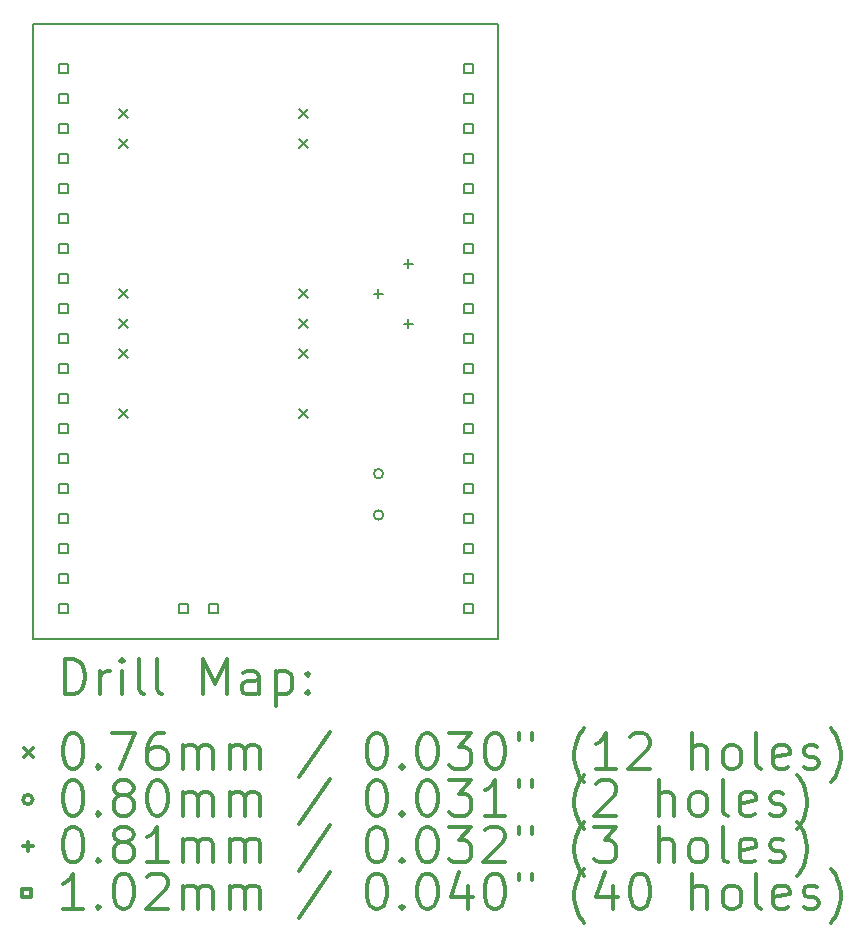
<source format=gbr>
%FSLAX45Y45*%
G04 Gerber Fmt 4.5, Leading zero omitted, Abs format (unit mm)*
G04 Created by KiCad (PCBNEW 4.0.3+e1-6302~38~ubuntu16.04.1-stable) date Fri Aug 26 16:59:30 2016*
%MOMM*%
%LPD*%
G01*
G04 APERTURE LIST*
%ADD10C,0.127000*%
%ADD11C,0.150000*%
%ADD12C,0.200000*%
%ADD13C,0.300000*%
G04 APERTURE END LIST*
D10*
D11*
X9652000Y-5080000D02*
X5715000Y-5080000D01*
X9652000Y-10287000D02*
X9652000Y-5080000D01*
X5715000Y-10287000D02*
X9652000Y-10287000D01*
X5715000Y-5080000D02*
X5715000Y-10287000D01*
D12*
X6438900Y-5803900D02*
X6515100Y-5880100D01*
X6515100Y-5803900D02*
X6438900Y-5880100D01*
X6438900Y-6057900D02*
X6515100Y-6134100D01*
X6515100Y-6057900D02*
X6438900Y-6134100D01*
X6438900Y-7327900D02*
X6515100Y-7404100D01*
X6515100Y-7327900D02*
X6438900Y-7404100D01*
X6438900Y-7581900D02*
X6515100Y-7658100D01*
X6515100Y-7581900D02*
X6438900Y-7658100D01*
X6438900Y-7835900D02*
X6515100Y-7912100D01*
X6515100Y-7835900D02*
X6438900Y-7912100D01*
X6438900Y-8343900D02*
X6515100Y-8420100D01*
X6515100Y-8343900D02*
X6438900Y-8420100D01*
X7962900Y-5803900D02*
X8039100Y-5880100D01*
X8039100Y-5803900D02*
X7962900Y-5880100D01*
X7962900Y-6057900D02*
X8039100Y-6134100D01*
X8039100Y-6057900D02*
X7962900Y-6134100D01*
X7962900Y-7327900D02*
X8039100Y-7404100D01*
X8039100Y-7327900D02*
X7962900Y-7404100D01*
X7962900Y-7581900D02*
X8039100Y-7658100D01*
X8039100Y-7581900D02*
X7962900Y-7658100D01*
X7962900Y-7835900D02*
X8039100Y-7912100D01*
X8039100Y-7835900D02*
X7962900Y-7912100D01*
X7962900Y-8343900D02*
X8039100Y-8420100D01*
X8039100Y-8343900D02*
X7962900Y-8420100D01*
X8676000Y-8890000D02*
G75*
G03X8676000Y-8890000I-40000J0D01*
G01*
X8676000Y-9240000D02*
G75*
G03X8676000Y-9240000I-40000J0D01*
G01*
X8636000Y-7325360D02*
X8636000Y-7406640D01*
X8595360Y-7366000D02*
X8676640Y-7366000D01*
X8890000Y-7071360D02*
X8890000Y-7152640D01*
X8849360Y-7112000D02*
X8930640Y-7112000D01*
X8890000Y-7579360D02*
X8890000Y-7660640D01*
X8849360Y-7620000D02*
X8930640Y-7620000D01*
X6004921Y-5496921D02*
X6004921Y-5425079D01*
X5933079Y-5425079D01*
X5933079Y-5496921D01*
X6004921Y-5496921D01*
X6004921Y-5750921D02*
X6004921Y-5679079D01*
X5933079Y-5679079D01*
X5933079Y-5750921D01*
X6004921Y-5750921D01*
X6004921Y-6004921D02*
X6004921Y-5933079D01*
X5933079Y-5933079D01*
X5933079Y-6004921D01*
X6004921Y-6004921D01*
X6004921Y-6258921D02*
X6004921Y-6187079D01*
X5933079Y-6187079D01*
X5933079Y-6258921D01*
X6004921Y-6258921D01*
X6004921Y-6512921D02*
X6004921Y-6441079D01*
X5933079Y-6441079D01*
X5933079Y-6512921D01*
X6004921Y-6512921D01*
X6004921Y-6766921D02*
X6004921Y-6695079D01*
X5933079Y-6695079D01*
X5933079Y-6766921D01*
X6004921Y-6766921D01*
X6004921Y-7020921D02*
X6004921Y-6949079D01*
X5933079Y-6949079D01*
X5933079Y-7020921D01*
X6004921Y-7020921D01*
X6004921Y-7274921D02*
X6004921Y-7203079D01*
X5933079Y-7203079D01*
X5933079Y-7274921D01*
X6004921Y-7274921D01*
X6004921Y-7528921D02*
X6004921Y-7457079D01*
X5933079Y-7457079D01*
X5933079Y-7528921D01*
X6004921Y-7528921D01*
X6004921Y-7782921D02*
X6004921Y-7711079D01*
X5933079Y-7711079D01*
X5933079Y-7782921D01*
X6004921Y-7782921D01*
X6004921Y-8036921D02*
X6004921Y-7965079D01*
X5933079Y-7965079D01*
X5933079Y-8036921D01*
X6004921Y-8036921D01*
X6004921Y-8290921D02*
X6004921Y-8219079D01*
X5933079Y-8219079D01*
X5933079Y-8290921D01*
X6004921Y-8290921D01*
X6004921Y-8544921D02*
X6004921Y-8473079D01*
X5933079Y-8473079D01*
X5933079Y-8544921D01*
X6004921Y-8544921D01*
X6004921Y-8798921D02*
X6004921Y-8727079D01*
X5933079Y-8727079D01*
X5933079Y-8798921D01*
X6004921Y-8798921D01*
X6004921Y-9052921D02*
X6004921Y-8981079D01*
X5933079Y-8981079D01*
X5933079Y-9052921D01*
X6004921Y-9052921D01*
X6004921Y-9306921D02*
X6004921Y-9235079D01*
X5933079Y-9235079D01*
X5933079Y-9306921D01*
X6004921Y-9306921D01*
X6004921Y-9560921D02*
X6004921Y-9489079D01*
X5933079Y-9489079D01*
X5933079Y-9560921D01*
X6004921Y-9560921D01*
X6004921Y-9814921D02*
X6004921Y-9743079D01*
X5933079Y-9743079D01*
X5933079Y-9814921D01*
X6004921Y-9814921D01*
X6004921Y-10068921D02*
X6004921Y-9997079D01*
X5933079Y-9997079D01*
X5933079Y-10068921D01*
X6004921Y-10068921D01*
X7020921Y-10068921D02*
X7020921Y-9997079D01*
X6949079Y-9997079D01*
X6949079Y-10068921D01*
X7020921Y-10068921D01*
X7274921Y-10068921D02*
X7274921Y-9997079D01*
X7203079Y-9997079D01*
X7203079Y-10068921D01*
X7274921Y-10068921D01*
X9433921Y-5496921D02*
X9433921Y-5425079D01*
X9362079Y-5425079D01*
X9362079Y-5496921D01*
X9433921Y-5496921D01*
X9433921Y-5750921D02*
X9433921Y-5679079D01*
X9362079Y-5679079D01*
X9362079Y-5750921D01*
X9433921Y-5750921D01*
X9433921Y-6004921D02*
X9433921Y-5933079D01*
X9362079Y-5933079D01*
X9362079Y-6004921D01*
X9433921Y-6004921D01*
X9433921Y-6258921D02*
X9433921Y-6187079D01*
X9362079Y-6187079D01*
X9362079Y-6258921D01*
X9433921Y-6258921D01*
X9433921Y-6512921D02*
X9433921Y-6441079D01*
X9362079Y-6441079D01*
X9362079Y-6512921D01*
X9433921Y-6512921D01*
X9433921Y-6766921D02*
X9433921Y-6695079D01*
X9362079Y-6695079D01*
X9362079Y-6766921D01*
X9433921Y-6766921D01*
X9433921Y-7020921D02*
X9433921Y-6949079D01*
X9362079Y-6949079D01*
X9362079Y-7020921D01*
X9433921Y-7020921D01*
X9433921Y-7274921D02*
X9433921Y-7203079D01*
X9362079Y-7203079D01*
X9362079Y-7274921D01*
X9433921Y-7274921D01*
X9433921Y-7528921D02*
X9433921Y-7457079D01*
X9362079Y-7457079D01*
X9362079Y-7528921D01*
X9433921Y-7528921D01*
X9433921Y-7782921D02*
X9433921Y-7711079D01*
X9362079Y-7711079D01*
X9362079Y-7782921D01*
X9433921Y-7782921D01*
X9433921Y-8036921D02*
X9433921Y-7965079D01*
X9362079Y-7965079D01*
X9362079Y-8036921D01*
X9433921Y-8036921D01*
X9433921Y-8290921D02*
X9433921Y-8219079D01*
X9362079Y-8219079D01*
X9362079Y-8290921D01*
X9433921Y-8290921D01*
X9433921Y-8544921D02*
X9433921Y-8473079D01*
X9362079Y-8473079D01*
X9362079Y-8544921D01*
X9433921Y-8544921D01*
X9433921Y-8798921D02*
X9433921Y-8727079D01*
X9362079Y-8727079D01*
X9362079Y-8798921D01*
X9433921Y-8798921D01*
X9433921Y-9052921D02*
X9433921Y-8981079D01*
X9362079Y-8981079D01*
X9362079Y-9052921D01*
X9433921Y-9052921D01*
X9433921Y-9306921D02*
X9433921Y-9235079D01*
X9362079Y-9235079D01*
X9362079Y-9306921D01*
X9433921Y-9306921D01*
X9433921Y-9560921D02*
X9433921Y-9489079D01*
X9362079Y-9489079D01*
X9362079Y-9560921D01*
X9433921Y-9560921D01*
X9433921Y-9814921D02*
X9433921Y-9743079D01*
X9362079Y-9743079D01*
X9362079Y-9814921D01*
X9433921Y-9814921D01*
X9433921Y-10068921D02*
X9433921Y-9997079D01*
X9362079Y-9997079D01*
X9362079Y-10068921D01*
X9433921Y-10068921D01*
D13*
X5978928Y-10760214D02*
X5978928Y-10460214D01*
X6050357Y-10460214D01*
X6093214Y-10474500D01*
X6121786Y-10503072D01*
X6136071Y-10531643D01*
X6150357Y-10588786D01*
X6150357Y-10631643D01*
X6136071Y-10688786D01*
X6121786Y-10717357D01*
X6093214Y-10745929D01*
X6050357Y-10760214D01*
X5978928Y-10760214D01*
X6278928Y-10760214D02*
X6278928Y-10560214D01*
X6278928Y-10617357D02*
X6293214Y-10588786D01*
X6307500Y-10574500D01*
X6336071Y-10560214D01*
X6364643Y-10560214D01*
X6464643Y-10760214D02*
X6464643Y-10560214D01*
X6464643Y-10460214D02*
X6450357Y-10474500D01*
X6464643Y-10488786D01*
X6478928Y-10474500D01*
X6464643Y-10460214D01*
X6464643Y-10488786D01*
X6650357Y-10760214D02*
X6621786Y-10745929D01*
X6607500Y-10717357D01*
X6607500Y-10460214D01*
X6807500Y-10760214D02*
X6778928Y-10745929D01*
X6764643Y-10717357D01*
X6764643Y-10460214D01*
X7150357Y-10760214D02*
X7150357Y-10460214D01*
X7250357Y-10674500D01*
X7350357Y-10460214D01*
X7350357Y-10760214D01*
X7621786Y-10760214D02*
X7621786Y-10603072D01*
X7607500Y-10574500D01*
X7578928Y-10560214D01*
X7521786Y-10560214D01*
X7493214Y-10574500D01*
X7621786Y-10745929D02*
X7593214Y-10760214D01*
X7521786Y-10760214D01*
X7493214Y-10745929D01*
X7478928Y-10717357D01*
X7478928Y-10688786D01*
X7493214Y-10660214D01*
X7521786Y-10645929D01*
X7593214Y-10645929D01*
X7621786Y-10631643D01*
X7764643Y-10560214D02*
X7764643Y-10860214D01*
X7764643Y-10574500D02*
X7793214Y-10560214D01*
X7850357Y-10560214D01*
X7878928Y-10574500D01*
X7893214Y-10588786D01*
X7907500Y-10617357D01*
X7907500Y-10703072D01*
X7893214Y-10731643D01*
X7878928Y-10745929D01*
X7850357Y-10760214D01*
X7793214Y-10760214D01*
X7764643Y-10745929D01*
X8036071Y-10731643D02*
X8050357Y-10745929D01*
X8036071Y-10760214D01*
X8021786Y-10745929D01*
X8036071Y-10731643D01*
X8036071Y-10760214D01*
X8036071Y-10574500D02*
X8050357Y-10588786D01*
X8036071Y-10603072D01*
X8021786Y-10588786D01*
X8036071Y-10574500D01*
X8036071Y-10603072D01*
X5631300Y-11216400D02*
X5707500Y-11292600D01*
X5707500Y-11216400D02*
X5631300Y-11292600D01*
X6036071Y-11090214D02*
X6064643Y-11090214D01*
X6093214Y-11104500D01*
X6107500Y-11118786D01*
X6121786Y-11147357D01*
X6136071Y-11204500D01*
X6136071Y-11275929D01*
X6121786Y-11333071D01*
X6107500Y-11361643D01*
X6093214Y-11375929D01*
X6064643Y-11390214D01*
X6036071Y-11390214D01*
X6007500Y-11375929D01*
X5993214Y-11361643D01*
X5978928Y-11333071D01*
X5964643Y-11275929D01*
X5964643Y-11204500D01*
X5978928Y-11147357D01*
X5993214Y-11118786D01*
X6007500Y-11104500D01*
X6036071Y-11090214D01*
X6264643Y-11361643D02*
X6278928Y-11375929D01*
X6264643Y-11390214D01*
X6250357Y-11375929D01*
X6264643Y-11361643D01*
X6264643Y-11390214D01*
X6378928Y-11090214D02*
X6578928Y-11090214D01*
X6450357Y-11390214D01*
X6821786Y-11090214D02*
X6764643Y-11090214D01*
X6736071Y-11104500D01*
X6721786Y-11118786D01*
X6693214Y-11161643D01*
X6678928Y-11218786D01*
X6678928Y-11333071D01*
X6693214Y-11361643D01*
X6707500Y-11375929D01*
X6736071Y-11390214D01*
X6793214Y-11390214D01*
X6821786Y-11375929D01*
X6836071Y-11361643D01*
X6850357Y-11333071D01*
X6850357Y-11261643D01*
X6836071Y-11233071D01*
X6821786Y-11218786D01*
X6793214Y-11204500D01*
X6736071Y-11204500D01*
X6707500Y-11218786D01*
X6693214Y-11233071D01*
X6678928Y-11261643D01*
X6978928Y-11390214D02*
X6978928Y-11190214D01*
X6978928Y-11218786D02*
X6993214Y-11204500D01*
X7021786Y-11190214D01*
X7064643Y-11190214D01*
X7093214Y-11204500D01*
X7107500Y-11233071D01*
X7107500Y-11390214D01*
X7107500Y-11233071D02*
X7121786Y-11204500D01*
X7150357Y-11190214D01*
X7193214Y-11190214D01*
X7221786Y-11204500D01*
X7236071Y-11233071D01*
X7236071Y-11390214D01*
X7378928Y-11390214D02*
X7378928Y-11190214D01*
X7378928Y-11218786D02*
X7393214Y-11204500D01*
X7421786Y-11190214D01*
X7464643Y-11190214D01*
X7493214Y-11204500D01*
X7507500Y-11233071D01*
X7507500Y-11390214D01*
X7507500Y-11233071D02*
X7521786Y-11204500D01*
X7550357Y-11190214D01*
X7593214Y-11190214D01*
X7621786Y-11204500D01*
X7636071Y-11233071D01*
X7636071Y-11390214D01*
X8221786Y-11075929D02*
X7964643Y-11461643D01*
X8607500Y-11090214D02*
X8636071Y-11090214D01*
X8664643Y-11104500D01*
X8678928Y-11118786D01*
X8693214Y-11147357D01*
X8707500Y-11204500D01*
X8707500Y-11275929D01*
X8693214Y-11333071D01*
X8678928Y-11361643D01*
X8664643Y-11375929D01*
X8636071Y-11390214D01*
X8607500Y-11390214D01*
X8578928Y-11375929D01*
X8564643Y-11361643D01*
X8550357Y-11333071D01*
X8536071Y-11275929D01*
X8536071Y-11204500D01*
X8550357Y-11147357D01*
X8564643Y-11118786D01*
X8578928Y-11104500D01*
X8607500Y-11090214D01*
X8836071Y-11361643D02*
X8850357Y-11375929D01*
X8836071Y-11390214D01*
X8821786Y-11375929D01*
X8836071Y-11361643D01*
X8836071Y-11390214D01*
X9036071Y-11090214D02*
X9064643Y-11090214D01*
X9093214Y-11104500D01*
X9107500Y-11118786D01*
X9121786Y-11147357D01*
X9136071Y-11204500D01*
X9136071Y-11275929D01*
X9121786Y-11333071D01*
X9107500Y-11361643D01*
X9093214Y-11375929D01*
X9064643Y-11390214D01*
X9036071Y-11390214D01*
X9007500Y-11375929D01*
X8993214Y-11361643D01*
X8978928Y-11333071D01*
X8964643Y-11275929D01*
X8964643Y-11204500D01*
X8978928Y-11147357D01*
X8993214Y-11118786D01*
X9007500Y-11104500D01*
X9036071Y-11090214D01*
X9236071Y-11090214D02*
X9421786Y-11090214D01*
X9321786Y-11204500D01*
X9364643Y-11204500D01*
X9393214Y-11218786D01*
X9407500Y-11233071D01*
X9421786Y-11261643D01*
X9421786Y-11333071D01*
X9407500Y-11361643D01*
X9393214Y-11375929D01*
X9364643Y-11390214D01*
X9278928Y-11390214D01*
X9250357Y-11375929D01*
X9236071Y-11361643D01*
X9607500Y-11090214D02*
X9636071Y-11090214D01*
X9664643Y-11104500D01*
X9678928Y-11118786D01*
X9693214Y-11147357D01*
X9707500Y-11204500D01*
X9707500Y-11275929D01*
X9693214Y-11333071D01*
X9678928Y-11361643D01*
X9664643Y-11375929D01*
X9636071Y-11390214D01*
X9607500Y-11390214D01*
X9578928Y-11375929D01*
X9564643Y-11361643D01*
X9550357Y-11333071D01*
X9536071Y-11275929D01*
X9536071Y-11204500D01*
X9550357Y-11147357D01*
X9564643Y-11118786D01*
X9578928Y-11104500D01*
X9607500Y-11090214D01*
X9821786Y-11090214D02*
X9821786Y-11147357D01*
X9936071Y-11090214D02*
X9936071Y-11147357D01*
X10378928Y-11504500D02*
X10364643Y-11490214D01*
X10336071Y-11447357D01*
X10321786Y-11418786D01*
X10307500Y-11375929D01*
X10293214Y-11304500D01*
X10293214Y-11247357D01*
X10307500Y-11175929D01*
X10321786Y-11133072D01*
X10336071Y-11104500D01*
X10364643Y-11061643D01*
X10378928Y-11047357D01*
X10650357Y-11390214D02*
X10478928Y-11390214D01*
X10564643Y-11390214D02*
X10564643Y-11090214D01*
X10536071Y-11133072D01*
X10507500Y-11161643D01*
X10478928Y-11175929D01*
X10764643Y-11118786D02*
X10778928Y-11104500D01*
X10807500Y-11090214D01*
X10878928Y-11090214D01*
X10907500Y-11104500D01*
X10921786Y-11118786D01*
X10936071Y-11147357D01*
X10936071Y-11175929D01*
X10921786Y-11218786D01*
X10750357Y-11390214D01*
X10936071Y-11390214D01*
X11293214Y-11390214D02*
X11293214Y-11090214D01*
X11421785Y-11390214D02*
X11421785Y-11233071D01*
X11407500Y-11204500D01*
X11378928Y-11190214D01*
X11336071Y-11190214D01*
X11307500Y-11204500D01*
X11293214Y-11218786D01*
X11607500Y-11390214D02*
X11578928Y-11375929D01*
X11564643Y-11361643D01*
X11550357Y-11333071D01*
X11550357Y-11247357D01*
X11564643Y-11218786D01*
X11578928Y-11204500D01*
X11607500Y-11190214D01*
X11650357Y-11190214D01*
X11678928Y-11204500D01*
X11693214Y-11218786D01*
X11707500Y-11247357D01*
X11707500Y-11333071D01*
X11693214Y-11361643D01*
X11678928Y-11375929D01*
X11650357Y-11390214D01*
X11607500Y-11390214D01*
X11878928Y-11390214D02*
X11850357Y-11375929D01*
X11836071Y-11347357D01*
X11836071Y-11090214D01*
X12107500Y-11375929D02*
X12078928Y-11390214D01*
X12021786Y-11390214D01*
X11993214Y-11375929D01*
X11978928Y-11347357D01*
X11978928Y-11233071D01*
X11993214Y-11204500D01*
X12021786Y-11190214D01*
X12078928Y-11190214D01*
X12107500Y-11204500D01*
X12121786Y-11233071D01*
X12121786Y-11261643D01*
X11978928Y-11290214D01*
X12236071Y-11375929D02*
X12264643Y-11390214D01*
X12321786Y-11390214D01*
X12350357Y-11375929D01*
X12364643Y-11347357D01*
X12364643Y-11333071D01*
X12350357Y-11304500D01*
X12321786Y-11290214D01*
X12278928Y-11290214D01*
X12250357Y-11275929D01*
X12236071Y-11247357D01*
X12236071Y-11233071D01*
X12250357Y-11204500D01*
X12278928Y-11190214D01*
X12321786Y-11190214D01*
X12350357Y-11204500D01*
X12464643Y-11504500D02*
X12478928Y-11490214D01*
X12507500Y-11447357D01*
X12521786Y-11418786D01*
X12536071Y-11375929D01*
X12550357Y-11304500D01*
X12550357Y-11247357D01*
X12536071Y-11175929D01*
X12521786Y-11133072D01*
X12507500Y-11104500D01*
X12478928Y-11061643D01*
X12464643Y-11047357D01*
X5707500Y-11650500D02*
G75*
G03X5707500Y-11650500I-40000J0D01*
G01*
X6036071Y-11486214D02*
X6064643Y-11486214D01*
X6093214Y-11500500D01*
X6107500Y-11514786D01*
X6121786Y-11543357D01*
X6136071Y-11600500D01*
X6136071Y-11671929D01*
X6121786Y-11729071D01*
X6107500Y-11757643D01*
X6093214Y-11771929D01*
X6064643Y-11786214D01*
X6036071Y-11786214D01*
X6007500Y-11771929D01*
X5993214Y-11757643D01*
X5978928Y-11729071D01*
X5964643Y-11671929D01*
X5964643Y-11600500D01*
X5978928Y-11543357D01*
X5993214Y-11514786D01*
X6007500Y-11500500D01*
X6036071Y-11486214D01*
X6264643Y-11757643D02*
X6278928Y-11771929D01*
X6264643Y-11786214D01*
X6250357Y-11771929D01*
X6264643Y-11757643D01*
X6264643Y-11786214D01*
X6450357Y-11614786D02*
X6421786Y-11600500D01*
X6407500Y-11586214D01*
X6393214Y-11557643D01*
X6393214Y-11543357D01*
X6407500Y-11514786D01*
X6421786Y-11500500D01*
X6450357Y-11486214D01*
X6507500Y-11486214D01*
X6536071Y-11500500D01*
X6550357Y-11514786D01*
X6564643Y-11543357D01*
X6564643Y-11557643D01*
X6550357Y-11586214D01*
X6536071Y-11600500D01*
X6507500Y-11614786D01*
X6450357Y-11614786D01*
X6421786Y-11629071D01*
X6407500Y-11643357D01*
X6393214Y-11671929D01*
X6393214Y-11729071D01*
X6407500Y-11757643D01*
X6421786Y-11771929D01*
X6450357Y-11786214D01*
X6507500Y-11786214D01*
X6536071Y-11771929D01*
X6550357Y-11757643D01*
X6564643Y-11729071D01*
X6564643Y-11671929D01*
X6550357Y-11643357D01*
X6536071Y-11629071D01*
X6507500Y-11614786D01*
X6750357Y-11486214D02*
X6778928Y-11486214D01*
X6807500Y-11500500D01*
X6821786Y-11514786D01*
X6836071Y-11543357D01*
X6850357Y-11600500D01*
X6850357Y-11671929D01*
X6836071Y-11729071D01*
X6821786Y-11757643D01*
X6807500Y-11771929D01*
X6778928Y-11786214D01*
X6750357Y-11786214D01*
X6721786Y-11771929D01*
X6707500Y-11757643D01*
X6693214Y-11729071D01*
X6678928Y-11671929D01*
X6678928Y-11600500D01*
X6693214Y-11543357D01*
X6707500Y-11514786D01*
X6721786Y-11500500D01*
X6750357Y-11486214D01*
X6978928Y-11786214D02*
X6978928Y-11586214D01*
X6978928Y-11614786D02*
X6993214Y-11600500D01*
X7021786Y-11586214D01*
X7064643Y-11586214D01*
X7093214Y-11600500D01*
X7107500Y-11629071D01*
X7107500Y-11786214D01*
X7107500Y-11629071D02*
X7121786Y-11600500D01*
X7150357Y-11586214D01*
X7193214Y-11586214D01*
X7221786Y-11600500D01*
X7236071Y-11629071D01*
X7236071Y-11786214D01*
X7378928Y-11786214D02*
X7378928Y-11586214D01*
X7378928Y-11614786D02*
X7393214Y-11600500D01*
X7421786Y-11586214D01*
X7464643Y-11586214D01*
X7493214Y-11600500D01*
X7507500Y-11629071D01*
X7507500Y-11786214D01*
X7507500Y-11629071D02*
X7521786Y-11600500D01*
X7550357Y-11586214D01*
X7593214Y-11586214D01*
X7621786Y-11600500D01*
X7636071Y-11629071D01*
X7636071Y-11786214D01*
X8221786Y-11471929D02*
X7964643Y-11857643D01*
X8607500Y-11486214D02*
X8636071Y-11486214D01*
X8664643Y-11500500D01*
X8678928Y-11514786D01*
X8693214Y-11543357D01*
X8707500Y-11600500D01*
X8707500Y-11671929D01*
X8693214Y-11729071D01*
X8678928Y-11757643D01*
X8664643Y-11771929D01*
X8636071Y-11786214D01*
X8607500Y-11786214D01*
X8578928Y-11771929D01*
X8564643Y-11757643D01*
X8550357Y-11729071D01*
X8536071Y-11671929D01*
X8536071Y-11600500D01*
X8550357Y-11543357D01*
X8564643Y-11514786D01*
X8578928Y-11500500D01*
X8607500Y-11486214D01*
X8836071Y-11757643D02*
X8850357Y-11771929D01*
X8836071Y-11786214D01*
X8821786Y-11771929D01*
X8836071Y-11757643D01*
X8836071Y-11786214D01*
X9036071Y-11486214D02*
X9064643Y-11486214D01*
X9093214Y-11500500D01*
X9107500Y-11514786D01*
X9121786Y-11543357D01*
X9136071Y-11600500D01*
X9136071Y-11671929D01*
X9121786Y-11729071D01*
X9107500Y-11757643D01*
X9093214Y-11771929D01*
X9064643Y-11786214D01*
X9036071Y-11786214D01*
X9007500Y-11771929D01*
X8993214Y-11757643D01*
X8978928Y-11729071D01*
X8964643Y-11671929D01*
X8964643Y-11600500D01*
X8978928Y-11543357D01*
X8993214Y-11514786D01*
X9007500Y-11500500D01*
X9036071Y-11486214D01*
X9236071Y-11486214D02*
X9421786Y-11486214D01*
X9321786Y-11600500D01*
X9364643Y-11600500D01*
X9393214Y-11614786D01*
X9407500Y-11629071D01*
X9421786Y-11657643D01*
X9421786Y-11729071D01*
X9407500Y-11757643D01*
X9393214Y-11771929D01*
X9364643Y-11786214D01*
X9278928Y-11786214D01*
X9250357Y-11771929D01*
X9236071Y-11757643D01*
X9707500Y-11786214D02*
X9536071Y-11786214D01*
X9621786Y-11786214D02*
X9621786Y-11486214D01*
X9593214Y-11529071D01*
X9564643Y-11557643D01*
X9536071Y-11571929D01*
X9821786Y-11486214D02*
X9821786Y-11543357D01*
X9936071Y-11486214D02*
X9936071Y-11543357D01*
X10378928Y-11900500D02*
X10364643Y-11886214D01*
X10336071Y-11843357D01*
X10321786Y-11814786D01*
X10307500Y-11771929D01*
X10293214Y-11700500D01*
X10293214Y-11643357D01*
X10307500Y-11571929D01*
X10321786Y-11529071D01*
X10336071Y-11500500D01*
X10364643Y-11457643D01*
X10378928Y-11443357D01*
X10478928Y-11514786D02*
X10493214Y-11500500D01*
X10521786Y-11486214D01*
X10593214Y-11486214D01*
X10621786Y-11500500D01*
X10636071Y-11514786D01*
X10650357Y-11543357D01*
X10650357Y-11571929D01*
X10636071Y-11614786D01*
X10464643Y-11786214D01*
X10650357Y-11786214D01*
X11007500Y-11786214D02*
X11007500Y-11486214D01*
X11136071Y-11786214D02*
X11136071Y-11629071D01*
X11121786Y-11600500D01*
X11093214Y-11586214D01*
X11050357Y-11586214D01*
X11021786Y-11600500D01*
X11007500Y-11614786D01*
X11321785Y-11786214D02*
X11293214Y-11771929D01*
X11278928Y-11757643D01*
X11264643Y-11729071D01*
X11264643Y-11643357D01*
X11278928Y-11614786D01*
X11293214Y-11600500D01*
X11321785Y-11586214D01*
X11364643Y-11586214D01*
X11393214Y-11600500D01*
X11407500Y-11614786D01*
X11421785Y-11643357D01*
X11421785Y-11729071D01*
X11407500Y-11757643D01*
X11393214Y-11771929D01*
X11364643Y-11786214D01*
X11321785Y-11786214D01*
X11593214Y-11786214D02*
X11564643Y-11771929D01*
X11550357Y-11743357D01*
X11550357Y-11486214D01*
X11821786Y-11771929D02*
X11793214Y-11786214D01*
X11736071Y-11786214D01*
X11707500Y-11771929D01*
X11693214Y-11743357D01*
X11693214Y-11629071D01*
X11707500Y-11600500D01*
X11736071Y-11586214D01*
X11793214Y-11586214D01*
X11821786Y-11600500D01*
X11836071Y-11629071D01*
X11836071Y-11657643D01*
X11693214Y-11686214D01*
X11950357Y-11771929D02*
X11978928Y-11786214D01*
X12036071Y-11786214D01*
X12064643Y-11771929D01*
X12078928Y-11743357D01*
X12078928Y-11729071D01*
X12064643Y-11700500D01*
X12036071Y-11686214D01*
X11993214Y-11686214D01*
X11964643Y-11671929D01*
X11950357Y-11643357D01*
X11950357Y-11629071D01*
X11964643Y-11600500D01*
X11993214Y-11586214D01*
X12036071Y-11586214D01*
X12064643Y-11600500D01*
X12178928Y-11900500D02*
X12193214Y-11886214D01*
X12221786Y-11843357D01*
X12236071Y-11814786D01*
X12250357Y-11771929D01*
X12264643Y-11700500D01*
X12264643Y-11643357D01*
X12250357Y-11571929D01*
X12236071Y-11529071D01*
X12221786Y-11500500D01*
X12193214Y-11457643D01*
X12178928Y-11443357D01*
X5666860Y-12005860D02*
X5666860Y-12087140D01*
X5626220Y-12046500D02*
X5707500Y-12046500D01*
X6036071Y-11882214D02*
X6064643Y-11882214D01*
X6093214Y-11896500D01*
X6107500Y-11910786D01*
X6121786Y-11939357D01*
X6136071Y-11996500D01*
X6136071Y-12067929D01*
X6121786Y-12125071D01*
X6107500Y-12153643D01*
X6093214Y-12167929D01*
X6064643Y-12182214D01*
X6036071Y-12182214D01*
X6007500Y-12167929D01*
X5993214Y-12153643D01*
X5978928Y-12125071D01*
X5964643Y-12067929D01*
X5964643Y-11996500D01*
X5978928Y-11939357D01*
X5993214Y-11910786D01*
X6007500Y-11896500D01*
X6036071Y-11882214D01*
X6264643Y-12153643D02*
X6278928Y-12167929D01*
X6264643Y-12182214D01*
X6250357Y-12167929D01*
X6264643Y-12153643D01*
X6264643Y-12182214D01*
X6450357Y-12010786D02*
X6421786Y-11996500D01*
X6407500Y-11982214D01*
X6393214Y-11953643D01*
X6393214Y-11939357D01*
X6407500Y-11910786D01*
X6421786Y-11896500D01*
X6450357Y-11882214D01*
X6507500Y-11882214D01*
X6536071Y-11896500D01*
X6550357Y-11910786D01*
X6564643Y-11939357D01*
X6564643Y-11953643D01*
X6550357Y-11982214D01*
X6536071Y-11996500D01*
X6507500Y-12010786D01*
X6450357Y-12010786D01*
X6421786Y-12025071D01*
X6407500Y-12039357D01*
X6393214Y-12067929D01*
X6393214Y-12125071D01*
X6407500Y-12153643D01*
X6421786Y-12167929D01*
X6450357Y-12182214D01*
X6507500Y-12182214D01*
X6536071Y-12167929D01*
X6550357Y-12153643D01*
X6564643Y-12125071D01*
X6564643Y-12067929D01*
X6550357Y-12039357D01*
X6536071Y-12025071D01*
X6507500Y-12010786D01*
X6850357Y-12182214D02*
X6678928Y-12182214D01*
X6764643Y-12182214D02*
X6764643Y-11882214D01*
X6736071Y-11925071D01*
X6707500Y-11953643D01*
X6678928Y-11967929D01*
X6978928Y-12182214D02*
X6978928Y-11982214D01*
X6978928Y-12010786D02*
X6993214Y-11996500D01*
X7021786Y-11982214D01*
X7064643Y-11982214D01*
X7093214Y-11996500D01*
X7107500Y-12025071D01*
X7107500Y-12182214D01*
X7107500Y-12025071D02*
X7121786Y-11996500D01*
X7150357Y-11982214D01*
X7193214Y-11982214D01*
X7221786Y-11996500D01*
X7236071Y-12025071D01*
X7236071Y-12182214D01*
X7378928Y-12182214D02*
X7378928Y-11982214D01*
X7378928Y-12010786D02*
X7393214Y-11996500D01*
X7421786Y-11982214D01*
X7464643Y-11982214D01*
X7493214Y-11996500D01*
X7507500Y-12025071D01*
X7507500Y-12182214D01*
X7507500Y-12025071D02*
X7521786Y-11996500D01*
X7550357Y-11982214D01*
X7593214Y-11982214D01*
X7621786Y-11996500D01*
X7636071Y-12025071D01*
X7636071Y-12182214D01*
X8221786Y-11867929D02*
X7964643Y-12253643D01*
X8607500Y-11882214D02*
X8636071Y-11882214D01*
X8664643Y-11896500D01*
X8678928Y-11910786D01*
X8693214Y-11939357D01*
X8707500Y-11996500D01*
X8707500Y-12067929D01*
X8693214Y-12125071D01*
X8678928Y-12153643D01*
X8664643Y-12167929D01*
X8636071Y-12182214D01*
X8607500Y-12182214D01*
X8578928Y-12167929D01*
X8564643Y-12153643D01*
X8550357Y-12125071D01*
X8536071Y-12067929D01*
X8536071Y-11996500D01*
X8550357Y-11939357D01*
X8564643Y-11910786D01*
X8578928Y-11896500D01*
X8607500Y-11882214D01*
X8836071Y-12153643D02*
X8850357Y-12167929D01*
X8836071Y-12182214D01*
X8821786Y-12167929D01*
X8836071Y-12153643D01*
X8836071Y-12182214D01*
X9036071Y-11882214D02*
X9064643Y-11882214D01*
X9093214Y-11896500D01*
X9107500Y-11910786D01*
X9121786Y-11939357D01*
X9136071Y-11996500D01*
X9136071Y-12067929D01*
X9121786Y-12125071D01*
X9107500Y-12153643D01*
X9093214Y-12167929D01*
X9064643Y-12182214D01*
X9036071Y-12182214D01*
X9007500Y-12167929D01*
X8993214Y-12153643D01*
X8978928Y-12125071D01*
X8964643Y-12067929D01*
X8964643Y-11996500D01*
X8978928Y-11939357D01*
X8993214Y-11910786D01*
X9007500Y-11896500D01*
X9036071Y-11882214D01*
X9236071Y-11882214D02*
X9421786Y-11882214D01*
X9321786Y-11996500D01*
X9364643Y-11996500D01*
X9393214Y-12010786D01*
X9407500Y-12025071D01*
X9421786Y-12053643D01*
X9421786Y-12125071D01*
X9407500Y-12153643D01*
X9393214Y-12167929D01*
X9364643Y-12182214D01*
X9278928Y-12182214D01*
X9250357Y-12167929D01*
X9236071Y-12153643D01*
X9536071Y-11910786D02*
X9550357Y-11896500D01*
X9578928Y-11882214D01*
X9650357Y-11882214D01*
X9678928Y-11896500D01*
X9693214Y-11910786D01*
X9707500Y-11939357D01*
X9707500Y-11967929D01*
X9693214Y-12010786D01*
X9521786Y-12182214D01*
X9707500Y-12182214D01*
X9821786Y-11882214D02*
X9821786Y-11939357D01*
X9936071Y-11882214D02*
X9936071Y-11939357D01*
X10378928Y-12296500D02*
X10364643Y-12282214D01*
X10336071Y-12239357D01*
X10321786Y-12210786D01*
X10307500Y-12167929D01*
X10293214Y-12096500D01*
X10293214Y-12039357D01*
X10307500Y-11967929D01*
X10321786Y-11925071D01*
X10336071Y-11896500D01*
X10364643Y-11853643D01*
X10378928Y-11839357D01*
X10464643Y-11882214D02*
X10650357Y-11882214D01*
X10550357Y-11996500D01*
X10593214Y-11996500D01*
X10621786Y-12010786D01*
X10636071Y-12025071D01*
X10650357Y-12053643D01*
X10650357Y-12125071D01*
X10636071Y-12153643D01*
X10621786Y-12167929D01*
X10593214Y-12182214D01*
X10507500Y-12182214D01*
X10478928Y-12167929D01*
X10464643Y-12153643D01*
X11007500Y-12182214D02*
X11007500Y-11882214D01*
X11136071Y-12182214D02*
X11136071Y-12025071D01*
X11121786Y-11996500D01*
X11093214Y-11982214D01*
X11050357Y-11982214D01*
X11021786Y-11996500D01*
X11007500Y-12010786D01*
X11321785Y-12182214D02*
X11293214Y-12167929D01*
X11278928Y-12153643D01*
X11264643Y-12125071D01*
X11264643Y-12039357D01*
X11278928Y-12010786D01*
X11293214Y-11996500D01*
X11321785Y-11982214D01*
X11364643Y-11982214D01*
X11393214Y-11996500D01*
X11407500Y-12010786D01*
X11421785Y-12039357D01*
X11421785Y-12125071D01*
X11407500Y-12153643D01*
X11393214Y-12167929D01*
X11364643Y-12182214D01*
X11321785Y-12182214D01*
X11593214Y-12182214D02*
X11564643Y-12167929D01*
X11550357Y-12139357D01*
X11550357Y-11882214D01*
X11821786Y-12167929D02*
X11793214Y-12182214D01*
X11736071Y-12182214D01*
X11707500Y-12167929D01*
X11693214Y-12139357D01*
X11693214Y-12025071D01*
X11707500Y-11996500D01*
X11736071Y-11982214D01*
X11793214Y-11982214D01*
X11821786Y-11996500D01*
X11836071Y-12025071D01*
X11836071Y-12053643D01*
X11693214Y-12082214D01*
X11950357Y-12167929D02*
X11978928Y-12182214D01*
X12036071Y-12182214D01*
X12064643Y-12167929D01*
X12078928Y-12139357D01*
X12078928Y-12125071D01*
X12064643Y-12096500D01*
X12036071Y-12082214D01*
X11993214Y-12082214D01*
X11964643Y-12067929D01*
X11950357Y-12039357D01*
X11950357Y-12025071D01*
X11964643Y-11996500D01*
X11993214Y-11982214D01*
X12036071Y-11982214D01*
X12064643Y-11996500D01*
X12178928Y-12296500D02*
X12193214Y-12282214D01*
X12221786Y-12239357D01*
X12236071Y-12210786D01*
X12250357Y-12167929D01*
X12264643Y-12096500D01*
X12264643Y-12039357D01*
X12250357Y-11967929D01*
X12236071Y-11925071D01*
X12221786Y-11896500D01*
X12193214Y-11853643D01*
X12178928Y-11839357D01*
X5692621Y-12478421D02*
X5692621Y-12406579D01*
X5620778Y-12406579D01*
X5620778Y-12478421D01*
X5692621Y-12478421D01*
X6136071Y-12578214D02*
X5964643Y-12578214D01*
X6050357Y-12578214D02*
X6050357Y-12278214D01*
X6021786Y-12321071D01*
X5993214Y-12349643D01*
X5964643Y-12363929D01*
X6264643Y-12549643D02*
X6278928Y-12563929D01*
X6264643Y-12578214D01*
X6250357Y-12563929D01*
X6264643Y-12549643D01*
X6264643Y-12578214D01*
X6464643Y-12278214D02*
X6493214Y-12278214D01*
X6521786Y-12292500D01*
X6536071Y-12306786D01*
X6550357Y-12335357D01*
X6564643Y-12392500D01*
X6564643Y-12463929D01*
X6550357Y-12521071D01*
X6536071Y-12549643D01*
X6521786Y-12563929D01*
X6493214Y-12578214D01*
X6464643Y-12578214D01*
X6436071Y-12563929D01*
X6421786Y-12549643D01*
X6407500Y-12521071D01*
X6393214Y-12463929D01*
X6393214Y-12392500D01*
X6407500Y-12335357D01*
X6421786Y-12306786D01*
X6436071Y-12292500D01*
X6464643Y-12278214D01*
X6678928Y-12306786D02*
X6693214Y-12292500D01*
X6721786Y-12278214D01*
X6793214Y-12278214D01*
X6821786Y-12292500D01*
X6836071Y-12306786D01*
X6850357Y-12335357D01*
X6850357Y-12363929D01*
X6836071Y-12406786D01*
X6664643Y-12578214D01*
X6850357Y-12578214D01*
X6978928Y-12578214D02*
X6978928Y-12378214D01*
X6978928Y-12406786D02*
X6993214Y-12392500D01*
X7021786Y-12378214D01*
X7064643Y-12378214D01*
X7093214Y-12392500D01*
X7107500Y-12421071D01*
X7107500Y-12578214D01*
X7107500Y-12421071D02*
X7121786Y-12392500D01*
X7150357Y-12378214D01*
X7193214Y-12378214D01*
X7221786Y-12392500D01*
X7236071Y-12421071D01*
X7236071Y-12578214D01*
X7378928Y-12578214D02*
X7378928Y-12378214D01*
X7378928Y-12406786D02*
X7393214Y-12392500D01*
X7421786Y-12378214D01*
X7464643Y-12378214D01*
X7493214Y-12392500D01*
X7507500Y-12421071D01*
X7507500Y-12578214D01*
X7507500Y-12421071D02*
X7521786Y-12392500D01*
X7550357Y-12378214D01*
X7593214Y-12378214D01*
X7621786Y-12392500D01*
X7636071Y-12421071D01*
X7636071Y-12578214D01*
X8221786Y-12263929D02*
X7964643Y-12649643D01*
X8607500Y-12278214D02*
X8636071Y-12278214D01*
X8664643Y-12292500D01*
X8678928Y-12306786D01*
X8693214Y-12335357D01*
X8707500Y-12392500D01*
X8707500Y-12463929D01*
X8693214Y-12521071D01*
X8678928Y-12549643D01*
X8664643Y-12563929D01*
X8636071Y-12578214D01*
X8607500Y-12578214D01*
X8578928Y-12563929D01*
X8564643Y-12549643D01*
X8550357Y-12521071D01*
X8536071Y-12463929D01*
X8536071Y-12392500D01*
X8550357Y-12335357D01*
X8564643Y-12306786D01*
X8578928Y-12292500D01*
X8607500Y-12278214D01*
X8836071Y-12549643D02*
X8850357Y-12563929D01*
X8836071Y-12578214D01*
X8821786Y-12563929D01*
X8836071Y-12549643D01*
X8836071Y-12578214D01*
X9036071Y-12278214D02*
X9064643Y-12278214D01*
X9093214Y-12292500D01*
X9107500Y-12306786D01*
X9121786Y-12335357D01*
X9136071Y-12392500D01*
X9136071Y-12463929D01*
X9121786Y-12521071D01*
X9107500Y-12549643D01*
X9093214Y-12563929D01*
X9064643Y-12578214D01*
X9036071Y-12578214D01*
X9007500Y-12563929D01*
X8993214Y-12549643D01*
X8978928Y-12521071D01*
X8964643Y-12463929D01*
X8964643Y-12392500D01*
X8978928Y-12335357D01*
X8993214Y-12306786D01*
X9007500Y-12292500D01*
X9036071Y-12278214D01*
X9393214Y-12378214D02*
X9393214Y-12578214D01*
X9321786Y-12263929D02*
X9250357Y-12478214D01*
X9436071Y-12478214D01*
X9607500Y-12278214D02*
X9636071Y-12278214D01*
X9664643Y-12292500D01*
X9678928Y-12306786D01*
X9693214Y-12335357D01*
X9707500Y-12392500D01*
X9707500Y-12463929D01*
X9693214Y-12521071D01*
X9678928Y-12549643D01*
X9664643Y-12563929D01*
X9636071Y-12578214D01*
X9607500Y-12578214D01*
X9578928Y-12563929D01*
X9564643Y-12549643D01*
X9550357Y-12521071D01*
X9536071Y-12463929D01*
X9536071Y-12392500D01*
X9550357Y-12335357D01*
X9564643Y-12306786D01*
X9578928Y-12292500D01*
X9607500Y-12278214D01*
X9821786Y-12278214D02*
X9821786Y-12335357D01*
X9936071Y-12278214D02*
X9936071Y-12335357D01*
X10378928Y-12692500D02*
X10364643Y-12678214D01*
X10336071Y-12635357D01*
X10321786Y-12606786D01*
X10307500Y-12563929D01*
X10293214Y-12492500D01*
X10293214Y-12435357D01*
X10307500Y-12363929D01*
X10321786Y-12321071D01*
X10336071Y-12292500D01*
X10364643Y-12249643D01*
X10378928Y-12235357D01*
X10621786Y-12378214D02*
X10621786Y-12578214D01*
X10550357Y-12263929D02*
X10478928Y-12478214D01*
X10664643Y-12478214D01*
X10836071Y-12278214D02*
X10864643Y-12278214D01*
X10893214Y-12292500D01*
X10907500Y-12306786D01*
X10921786Y-12335357D01*
X10936071Y-12392500D01*
X10936071Y-12463929D01*
X10921786Y-12521071D01*
X10907500Y-12549643D01*
X10893214Y-12563929D01*
X10864643Y-12578214D01*
X10836071Y-12578214D01*
X10807500Y-12563929D01*
X10793214Y-12549643D01*
X10778928Y-12521071D01*
X10764643Y-12463929D01*
X10764643Y-12392500D01*
X10778928Y-12335357D01*
X10793214Y-12306786D01*
X10807500Y-12292500D01*
X10836071Y-12278214D01*
X11293214Y-12578214D02*
X11293214Y-12278214D01*
X11421785Y-12578214D02*
X11421785Y-12421071D01*
X11407500Y-12392500D01*
X11378928Y-12378214D01*
X11336071Y-12378214D01*
X11307500Y-12392500D01*
X11293214Y-12406786D01*
X11607500Y-12578214D02*
X11578928Y-12563929D01*
X11564643Y-12549643D01*
X11550357Y-12521071D01*
X11550357Y-12435357D01*
X11564643Y-12406786D01*
X11578928Y-12392500D01*
X11607500Y-12378214D01*
X11650357Y-12378214D01*
X11678928Y-12392500D01*
X11693214Y-12406786D01*
X11707500Y-12435357D01*
X11707500Y-12521071D01*
X11693214Y-12549643D01*
X11678928Y-12563929D01*
X11650357Y-12578214D01*
X11607500Y-12578214D01*
X11878928Y-12578214D02*
X11850357Y-12563929D01*
X11836071Y-12535357D01*
X11836071Y-12278214D01*
X12107500Y-12563929D02*
X12078928Y-12578214D01*
X12021786Y-12578214D01*
X11993214Y-12563929D01*
X11978928Y-12535357D01*
X11978928Y-12421071D01*
X11993214Y-12392500D01*
X12021786Y-12378214D01*
X12078928Y-12378214D01*
X12107500Y-12392500D01*
X12121786Y-12421071D01*
X12121786Y-12449643D01*
X11978928Y-12478214D01*
X12236071Y-12563929D02*
X12264643Y-12578214D01*
X12321786Y-12578214D01*
X12350357Y-12563929D01*
X12364643Y-12535357D01*
X12364643Y-12521071D01*
X12350357Y-12492500D01*
X12321786Y-12478214D01*
X12278928Y-12478214D01*
X12250357Y-12463929D01*
X12236071Y-12435357D01*
X12236071Y-12421071D01*
X12250357Y-12392500D01*
X12278928Y-12378214D01*
X12321786Y-12378214D01*
X12350357Y-12392500D01*
X12464643Y-12692500D02*
X12478928Y-12678214D01*
X12507500Y-12635357D01*
X12521786Y-12606786D01*
X12536071Y-12563929D01*
X12550357Y-12492500D01*
X12550357Y-12435357D01*
X12536071Y-12363929D01*
X12521786Y-12321071D01*
X12507500Y-12292500D01*
X12478928Y-12249643D01*
X12464643Y-12235357D01*
M02*

</source>
